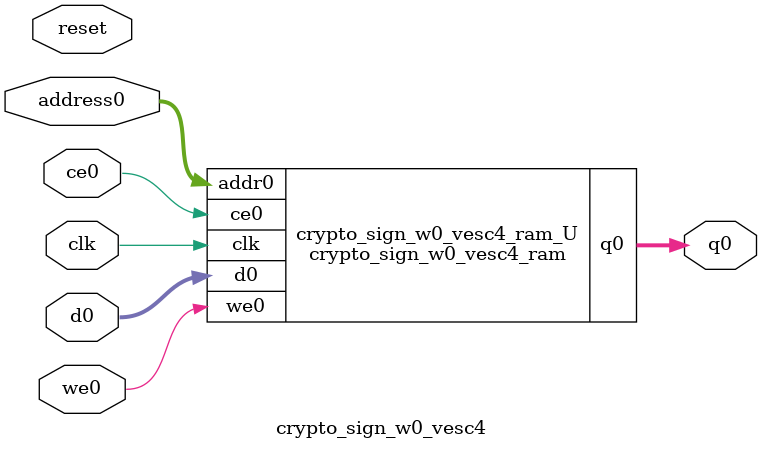
<source format=v>
`timescale 1 ns / 1 ps
module crypto_sign_w0_vesc4_ram (addr0, ce0, d0, we0, q0,  clk);

parameter DWIDTH = 32;
parameter AWIDTH = 10;
parameter MEM_SIZE = 1024;

input[AWIDTH-1:0] addr0;
input ce0;
input[DWIDTH-1:0] d0;
input we0;
output reg[DWIDTH-1:0] q0;
input clk;

(* ram_style = "block" *)reg [DWIDTH-1:0] ram[0:MEM_SIZE-1];




always @(posedge clk)  
begin 
    if (ce0) begin
        if (we0) 
            ram[addr0] <= d0; 
        q0 <= ram[addr0];
    end
end


endmodule

`timescale 1 ns / 1 ps
module crypto_sign_w0_vesc4(
    reset,
    clk,
    address0,
    ce0,
    we0,
    d0,
    q0);

parameter DataWidth = 32'd32;
parameter AddressRange = 32'd1024;
parameter AddressWidth = 32'd10;
input reset;
input clk;
input[AddressWidth - 1:0] address0;
input ce0;
input we0;
input[DataWidth - 1:0] d0;
output[DataWidth - 1:0] q0;



crypto_sign_w0_vesc4_ram crypto_sign_w0_vesc4_ram_U(
    .clk( clk ),
    .addr0( address0 ),
    .ce0( ce0 ),
    .we0( we0 ),
    .d0( d0 ),
    .q0( q0 ));

endmodule


</source>
